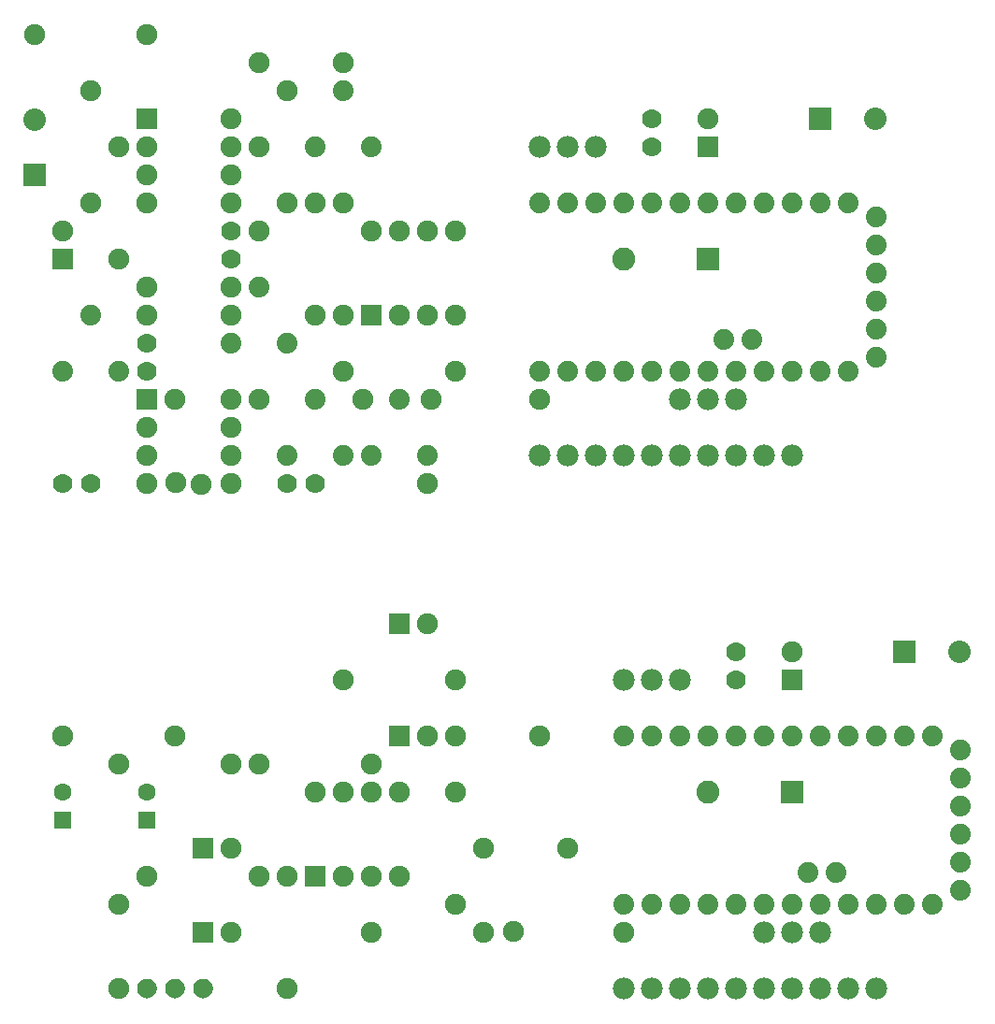
<source format=gbl>
G04 MADE WITH FRITZING*
G04 WWW.FRITZING.ORG*
G04 DOUBLE SIDED*
G04 HOLES PLATED*
G04 CONTOUR ON CENTER OF CONTOUR VECTOR*
%ASAXBY*%
%FSLAX23Y23*%
%MOIN*%
%OFA0B0*%
%SFA1.0B1.0*%
%ADD10C,0.074000*%
%ADD11C,0.075000*%
%ADD12C,0.078000*%
%ADD13C,0.080000*%
%ADD14C,0.082000*%
%ADD15C,0.070000*%
%ADD16C,0.062992*%
%ADD17R,0.080000X0.080000*%
%ADD18R,0.082000X0.082000*%
%ADD19R,0.075000X0.075000*%
%ADD20R,0.062992X0.062992*%
%ADD21R,0.001000X0.001000*%
%LNCOPPER0*%
G90*
G70*
G54D10*
X3215Y2491D03*
X3215Y2591D03*
X3215Y2691D03*
X3215Y2791D03*
X3215Y2891D03*
X3215Y2991D03*
X3115Y2441D03*
X3015Y2441D03*
X2915Y2441D03*
X2815Y2441D03*
X2715Y2441D03*
X2770Y2556D03*
X2670Y2556D03*
X2615Y2441D03*
X2515Y2441D03*
X2415Y2441D03*
X2315Y2441D03*
X2215Y2441D03*
X2115Y2441D03*
X2015Y2441D03*
X2015Y3041D03*
X2115Y3041D03*
X2215Y3041D03*
X2315Y3041D03*
X2415Y3041D03*
X2515Y3041D03*
X2615Y3041D03*
X2715Y3041D03*
X2815Y3041D03*
X2915Y3041D03*
X3015Y3041D03*
X3115Y3041D03*
G54D11*
X1815Y741D03*
X2115Y741D03*
G54D12*
X2015Y2141D03*
X2115Y2141D03*
X2215Y2141D03*
X2315Y2141D03*
X2415Y2141D03*
X2515Y2141D03*
X2615Y2141D03*
X2715Y2141D03*
X2815Y2141D03*
X2915Y2141D03*
X2015Y3241D03*
X2115Y3241D03*
X2215Y3241D03*
G54D13*
X215Y3141D03*
X215Y3338D03*
X3015Y3341D03*
X3212Y3341D03*
G54D10*
X3515Y591D03*
X3515Y691D03*
X3515Y791D03*
X3515Y891D03*
X3515Y991D03*
X3515Y1091D03*
X3415Y541D03*
X3315Y541D03*
X3215Y541D03*
X3115Y541D03*
X3015Y541D03*
X3070Y656D03*
X2970Y656D03*
X2915Y541D03*
X2815Y541D03*
X2715Y541D03*
X2615Y541D03*
X2515Y541D03*
X2415Y541D03*
X2315Y541D03*
X2315Y1141D03*
X2415Y1141D03*
X2515Y1141D03*
X2615Y1141D03*
X2715Y1141D03*
X2815Y1141D03*
X2915Y1141D03*
X3015Y1141D03*
X3115Y1141D03*
X3215Y1141D03*
X3315Y1141D03*
X3415Y1141D03*
G54D14*
X2613Y2841D03*
X2315Y2841D03*
G54D12*
X2315Y241D03*
X2415Y241D03*
X2515Y241D03*
X2615Y241D03*
X2715Y241D03*
X2815Y241D03*
X2915Y241D03*
X3015Y241D03*
X3115Y241D03*
X3215Y241D03*
X2315Y1341D03*
X2415Y1341D03*
X2515Y1341D03*
G54D11*
X2615Y3241D03*
X2615Y3341D03*
G54D13*
X3315Y1441D03*
X3512Y1441D03*
G54D15*
X2415Y3241D03*
X2415Y3341D03*
G54D11*
X1415Y2641D03*
X1415Y2941D03*
X1515Y2641D03*
X1515Y2941D03*
X1615Y2641D03*
X1615Y2941D03*
X1715Y2641D03*
X1715Y2941D03*
X615Y3341D03*
X915Y3341D03*
X615Y3241D03*
X915Y3241D03*
X615Y3141D03*
X915Y3141D03*
X615Y3041D03*
X915Y3041D03*
X615Y2341D03*
X915Y2341D03*
X615Y2241D03*
X915Y2241D03*
X615Y2141D03*
X915Y2141D03*
X615Y2041D03*
X915Y2041D03*
X1628Y2341D03*
X2015Y2341D03*
G54D14*
X2913Y941D03*
X2615Y941D03*
G54D12*
X2515Y2341D03*
X2615Y2341D03*
X2715Y2341D03*
G54D11*
X1715Y2441D03*
X1315Y2441D03*
X1315Y2641D03*
X1315Y3041D03*
X2915Y1341D03*
X2915Y1441D03*
G54D10*
X1415Y2141D03*
X1515Y2341D03*
X1615Y2141D03*
X1115Y2141D03*
X1215Y2341D03*
X1315Y2141D03*
X315Y2441D03*
X415Y2641D03*
X515Y2441D03*
X915Y2541D03*
X1015Y2741D03*
X1115Y2541D03*
X1215Y3241D03*
X1315Y3441D03*
X1415Y3241D03*
G54D11*
X1215Y2641D03*
X1215Y3041D03*
G54D15*
X2715Y1341D03*
X2715Y1441D03*
G54D11*
X1115Y3041D03*
X1115Y3441D03*
X1215Y641D03*
X1215Y941D03*
X1315Y641D03*
X1315Y941D03*
X1415Y641D03*
X1415Y941D03*
X1515Y641D03*
X1515Y941D03*
X215Y3641D03*
X615Y3641D03*
X315Y2841D03*
X315Y2941D03*
X515Y2841D03*
X515Y3241D03*
G54D16*
X615Y843D03*
X615Y941D03*
G54D11*
X415Y3041D03*
X415Y3441D03*
X1920Y446D03*
X2315Y441D03*
G54D12*
X2815Y441D03*
X2915Y441D03*
X3015Y441D03*
G54D11*
X615Y2641D03*
X915Y2641D03*
X1015Y2941D03*
X1015Y3241D03*
X1015Y3541D03*
X1315Y3541D03*
G54D15*
X915Y2841D03*
X915Y2941D03*
X615Y2441D03*
X615Y2541D03*
G54D16*
X315Y843D03*
X315Y941D03*
G54D11*
X515Y1041D03*
X915Y1041D03*
X315Y1141D03*
X715Y1141D03*
X615Y2741D03*
X915Y2741D03*
G54D15*
X315Y2041D03*
X415Y2041D03*
G54D11*
X815Y441D03*
X915Y441D03*
X1415Y441D03*
X1815Y441D03*
G54D15*
X1115Y2041D03*
X1215Y2041D03*
G54D11*
X718Y2044D03*
X715Y2341D03*
X1115Y641D03*
X1115Y241D03*
X615Y641D03*
X1015Y641D03*
X815Y741D03*
X915Y741D03*
X806Y2038D03*
X1615Y2041D03*
G54D15*
X815Y241D03*
X715Y241D03*
X615Y241D03*
G54D11*
X515Y241D03*
X515Y541D03*
X1515Y1141D03*
X1615Y1141D03*
X1715Y941D03*
X1715Y541D03*
X1715Y1141D03*
X2015Y1141D03*
X1015Y1041D03*
X1415Y1041D03*
X1315Y1341D03*
X1715Y1341D03*
X1515Y1541D03*
X1615Y1541D03*
X1015Y2341D03*
X1385Y2341D03*
G54D17*
X215Y3141D03*
X3015Y3341D03*
G54D18*
X2614Y2841D03*
G54D19*
X2615Y3241D03*
G54D17*
X3315Y1441D03*
G54D19*
X1415Y2641D03*
X615Y3341D03*
X615Y2341D03*
G54D18*
X2914Y941D03*
G54D19*
X2915Y1341D03*
X1215Y641D03*
X315Y2841D03*
G54D20*
X615Y843D03*
X315Y843D03*
G54D19*
X815Y441D03*
X815Y741D03*
X1515Y1141D03*
X1515Y1541D03*
G54D21*
X608Y276D02*
X621Y276D01*
X708Y276D02*
X721Y276D01*
X808Y276D02*
X821Y276D01*
X605Y275D02*
X624Y275D01*
X705Y275D02*
X724Y275D01*
X805Y275D02*
X824Y275D01*
X603Y274D02*
X627Y274D01*
X703Y274D02*
X727Y274D01*
X803Y274D02*
X827Y274D01*
X601Y273D02*
X629Y273D01*
X701Y273D02*
X729Y273D01*
X801Y273D02*
X829Y273D01*
X599Y272D02*
X631Y272D01*
X699Y272D02*
X731Y272D01*
X799Y272D02*
X831Y272D01*
X597Y271D02*
X632Y271D01*
X697Y271D02*
X732Y271D01*
X797Y271D02*
X832Y271D01*
X596Y270D02*
X634Y270D01*
X696Y270D02*
X734Y270D01*
X796Y270D02*
X834Y270D01*
X594Y269D02*
X635Y269D01*
X694Y269D02*
X735Y269D01*
X794Y269D02*
X835Y269D01*
X593Y268D02*
X636Y268D01*
X693Y268D02*
X736Y268D01*
X793Y268D02*
X836Y268D01*
X592Y267D02*
X637Y267D01*
X692Y267D02*
X737Y267D01*
X792Y267D02*
X837Y267D01*
X591Y266D02*
X639Y266D01*
X691Y266D02*
X739Y266D01*
X791Y266D02*
X839Y266D01*
X590Y265D02*
X639Y265D01*
X690Y265D02*
X739Y265D01*
X790Y265D02*
X839Y265D01*
X589Y264D02*
X640Y264D01*
X689Y264D02*
X740Y264D01*
X789Y264D02*
X840Y264D01*
X588Y263D02*
X641Y263D01*
X688Y263D02*
X741Y263D01*
X788Y263D02*
X841Y263D01*
X588Y262D02*
X642Y262D01*
X688Y262D02*
X742Y262D01*
X788Y262D02*
X842Y262D01*
X587Y261D02*
X643Y261D01*
X687Y261D02*
X743Y261D01*
X787Y261D02*
X843Y261D01*
X586Y260D02*
X643Y260D01*
X686Y260D02*
X743Y260D01*
X786Y260D02*
X843Y260D01*
X585Y259D02*
X644Y259D01*
X685Y259D02*
X744Y259D01*
X785Y259D02*
X844Y259D01*
X585Y258D02*
X645Y258D01*
X685Y258D02*
X745Y258D01*
X785Y258D02*
X845Y258D01*
X584Y257D02*
X645Y257D01*
X684Y257D02*
X745Y257D01*
X784Y257D02*
X845Y257D01*
X584Y256D02*
X609Y256D01*
X621Y256D02*
X646Y256D01*
X684Y256D02*
X709Y256D01*
X721Y256D02*
X746Y256D01*
X784Y256D02*
X809Y256D01*
X821Y256D02*
X846Y256D01*
X583Y255D02*
X606Y255D01*
X623Y255D02*
X646Y255D01*
X683Y255D02*
X706Y255D01*
X723Y255D02*
X746Y255D01*
X783Y255D02*
X806Y255D01*
X823Y255D02*
X846Y255D01*
X583Y254D02*
X604Y254D01*
X625Y254D02*
X647Y254D01*
X683Y254D02*
X704Y254D01*
X725Y254D02*
X747Y254D01*
X783Y254D02*
X804Y254D01*
X825Y254D02*
X847Y254D01*
X582Y253D02*
X603Y253D01*
X626Y253D02*
X647Y253D01*
X682Y253D02*
X703Y253D01*
X726Y253D02*
X747Y253D01*
X782Y253D02*
X803Y253D01*
X826Y253D02*
X847Y253D01*
X582Y252D02*
X602Y252D01*
X627Y252D02*
X647Y252D01*
X682Y252D02*
X702Y252D01*
X727Y252D02*
X747Y252D01*
X782Y252D02*
X802Y252D01*
X827Y252D02*
X847Y252D01*
X582Y251D02*
X602Y251D01*
X628Y251D02*
X648Y251D01*
X682Y251D02*
X702Y251D01*
X728Y251D02*
X748Y251D01*
X782Y251D02*
X802Y251D01*
X828Y251D02*
X848Y251D01*
X581Y250D02*
X601Y250D01*
X628Y250D02*
X648Y250D01*
X681Y250D02*
X701Y250D01*
X728Y250D02*
X748Y250D01*
X781Y250D02*
X801Y250D01*
X828Y250D02*
X848Y250D01*
X581Y249D02*
X601Y249D01*
X629Y249D02*
X648Y249D01*
X681Y249D02*
X701Y249D01*
X729Y249D02*
X748Y249D01*
X781Y249D02*
X801Y249D01*
X829Y249D02*
X848Y249D01*
X581Y248D02*
X600Y248D01*
X629Y248D02*
X649Y248D01*
X681Y248D02*
X700Y248D01*
X729Y248D02*
X749Y248D01*
X781Y248D02*
X800Y248D01*
X829Y248D02*
X849Y248D01*
X581Y247D02*
X600Y247D01*
X630Y247D02*
X649Y247D01*
X681Y247D02*
X700Y247D01*
X730Y247D02*
X749Y247D01*
X781Y247D02*
X800Y247D01*
X830Y247D02*
X849Y247D01*
X581Y246D02*
X600Y246D01*
X630Y246D02*
X649Y246D01*
X681Y246D02*
X700Y246D01*
X730Y246D02*
X749Y246D01*
X781Y246D02*
X800Y246D01*
X830Y246D02*
X849Y246D01*
X580Y245D02*
X599Y245D01*
X630Y245D02*
X649Y245D01*
X680Y245D02*
X699Y245D01*
X730Y245D02*
X749Y245D01*
X780Y245D02*
X799Y245D01*
X830Y245D02*
X849Y245D01*
X580Y244D02*
X599Y244D01*
X630Y244D02*
X649Y244D01*
X680Y244D02*
X699Y244D01*
X730Y244D02*
X749Y244D01*
X780Y244D02*
X799Y244D01*
X830Y244D02*
X849Y244D01*
X580Y243D02*
X599Y243D01*
X630Y243D02*
X649Y243D01*
X680Y243D02*
X699Y243D01*
X730Y243D02*
X749Y243D01*
X780Y243D02*
X799Y243D01*
X830Y243D02*
X849Y243D01*
X580Y242D02*
X599Y242D01*
X630Y242D02*
X649Y242D01*
X680Y242D02*
X699Y242D01*
X730Y242D02*
X749Y242D01*
X780Y242D02*
X799Y242D01*
X830Y242D02*
X849Y242D01*
X580Y241D02*
X599Y241D01*
X630Y241D02*
X649Y241D01*
X680Y241D02*
X699Y241D01*
X730Y241D02*
X749Y241D01*
X780Y241D02*
X799Y241D01*
X830Y241D02*
X849Y241D01*
X580Y240D02*
X599Y240D01*
X630Y240D02*
X649Y240D01*
X680Y240D02*
X699Y240D01*
X730Y240D02*
X749Y240D01*
X780Y240D02*
X799Y240D01*
X830Y240D02*
X849Y240D01*
X580Y239D02*
X599Y239D01*
X630Y239D02*
X649Y239D01*
X680Y239D02*
X699Y239D01*
X730Y239D02*
X749Y239D01*
X780Y239D02*
X799Y239D01*
X830Y239D02*
X849Y239D01*
X581Y238D02*
X600Y238D01*
X630Y238D02*
X649Y238D01*
X681Y238D02*
X700Y238D01*
X730Y238D02*
X749Y238D01*
X781Y238D02*
X800Y238D01*
X830Y238D02*
X849Y238D01*
X581Y237D02*
X600Y237D01*
X630Y237D02*
X649Y237D01*
X681Y237D02*
X700Y237D01*
X730Y237D02*
X749Y237D01*
X781Y237D02*
X800Y237D01*
X830Y237D02*
X849Y237D01*
X581Y236D02*
X600Y236D01*
X629Y236D02*
X649Y236D01*
X681Y236D02*
X700Y236D01*
X729Y236D02*
X749Y236D01*
X781Y236D02*
X800Y236D01*
X829Y236D02*
X849Y236D01*
X581Y235D02*
X600Y235D01*
X629Y235D02*
X648Y235D01*
X681Y235D02*
X700Y235D01*
X729Y235D02*
X748Y235D01*
X781Y235D02*
X800Y235D01*
X829Y235D02*
X848Y235D01*
X581Y234D02*
X601Y234D01*
X629Y234D02*
X648Y234D01*
X681Y234D02*
X701Y234D01*
X729Y234D02*
X748Y234D01*
X781Y234D02*
X801Y234D01*
X829Y234D02*
X848Y234D01*
X582Y233D02*
X601Y233D01*
X628Y233D02*
X648Y233D01*
X682Y233D02*
X701Y233D01*
X728Y233D02*
X748Y233D01*
X782Y233D02*
X801Y233D01*
X828Y233D02*
X848Y233D01*
X582Y232D02*
X602Y232D01*
X627Y232D02*
X648Y232D01*
X682Y232D02*
X702Y232D01*
X727Y232D02*
X748Y232D01*
X782Y232D02*
X802Y232D01*
X827Y232D02*
X848Y232D01*
X582Y231D02*
X603Y231D01*
X627Y231D02*
X647Y231D01*
X682Y231D02*
X703Y231D01*
X727Y231D02*
X747Y231D01*
X782Y231D02*
X803Y231D01*
X827Y231D02*
X847Y231D01*
X583Y230D02*
X604Y230D01*
X625Y230D02*
X647Y230D01*
X683Y230D02*
X704Y230D01*
X725Y230D02*
X747Y230D01*
X783Y230D02*
X804Y230D01*
X825Y230D02*
X847Y230D01*
X583Y229D02*
X605Y229D01*
X624Y229D02*
X646Y229D01*
X683Y229D02*
X705Y229D01*
X724Y229D02*
X746Y229D01*
X783Y229D02*
X805Y229D01*
X824Y229D02*
X846Y229D01*
X584Y228D02*
X607Y228D01*
X622Y228D02*
X646Y228D01*
X684Y228D02*
X707Y228D01*
X722Y228D02*
X746Y228D01*
X784Y228D02*
X807Y228D01*
X822Y228D02*
X846Y228D01*
X584Y227D02*
X612Y227D01*
X618Y227D02*
X645Y227D01*
X684Y227D02*
X712Y227D01*
X718Y227D02*
X745Y227D01*
X784Y227D02*
X812Y227D01*
X818Y227D02*
X845Y227D01*
X585Y226D02*
X645Y226D01*
X685Y226D02*
X745Y226D01*
X785Y226D02*
X845Y226D01*
X585Y225D02*
X644Y225D01*
X685Y225D02*
X744Y225D01*
X785Y225D02*
X844Y225D01*
X586Y224D02*
X644Y224D01*
X686Y224D02*
X744Y224D01*
X786Y224D02*
X844Y224D01*
X587Y223D02*
X643Y223D01*
X687Y223D02*
X743Y223D01*
X787Y223D02*
X843Y223D01*
X587Y222D02*
X642Y222D01*
X687Y222D02*
X742Y222D01*
X787Y222D02*
X842Y222D01*
X588Y221D02*
X641Y221D01*
X688Y221D02*
X741Y221D01*
X788Y221D02*
X841Y221D01*
X589Y220D02*
X641Y220D01*
X689Y220D02*
X741Y220D01*
X789Y220D02*
X841Y220D01*
X590Y219D02*
X640Y219D01*
X690Y219D02*
X740Y219D01*
X790Y219D02*
X840Y219D01*
X591Y218D02*
X639Y218D01*
X691Y218D02*
X739Y218D01*
X791Y218D02*
X839Y218D01*
X592Y217D02*
X638Y217D01*
X692Y217D02*
X738Y217D01*
X792Y217D02*
X838Y217D01*
X593Y216D02*
X637Y216D01*
X693Y216D02*
X737Y216D01*
X793Y216D02*
X837Y216D01*
X594Y215D02*
X636Y215D01*
X694Y215D02*
X736Y215D01*
X794Y215D02*
X836Y215D01*
X595Y214D02*
X634Y214D01*
X695Y214D02*
X734Y214D01*
X795Y214D02*
X834Y214D01*
X597Y213D02*
X633Y213D01*
X697Y213D02*
X733Y213D01*
X797Y213D02*
X833Y213D01*
X598Y212D02*
X631Y212D01*
X698Y212D02*
X731Y212D01*
X798Y212D02*
X831Y212D01*
X600Y211D02*
X630Y211D01*
X700Y211D02*
X730Y211D01*
X800Y211D02*
X830Y211D01*
X602Y210D02*
X628Y210D01*
X702Y210D02*
X728Y210D01*
X802Y210D02*
X828Y210D01*
X604Y209D02*
X625Y209D01*
X704Y209D02*
X725Y209D01*
X804Y209D02*
X825Y209D01*
X607Y208D02*
X622Y208D01*
X707Y208D02*
X722Y208D01*
X807Y208D02*
X822Y208D01*
X612Y207D02*
X617Y207D01*
X712Y207D02*
X717Y207D01*
X812Y207D02*
X817Y207D01*
D02*
G04 End of Copper0*
M02*
</source>
